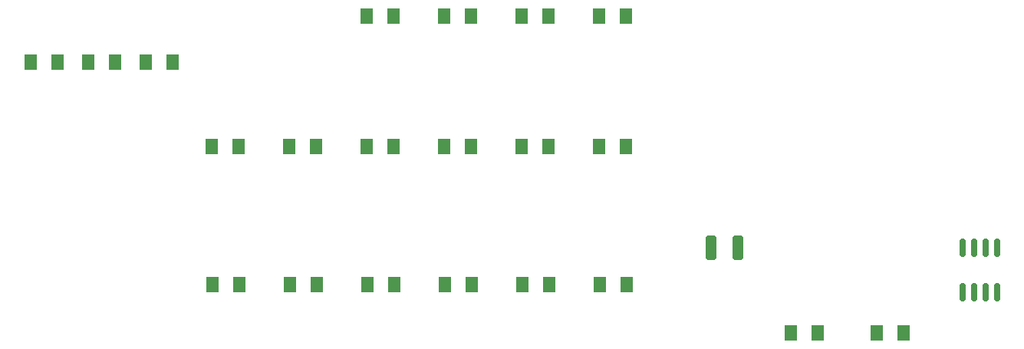
<source format=gbr>
%TF.GenerationSoftware,KiCad,Pcbnew,9.0.1*%
%TF.CreationDate,2025-05-27T17:05:58+05:30*%
%TF.ProjectId,macronardo,6d616372-6f6e-4617-9264-6f2e6b696361,rev?*%
%TF.SameCoordinates,Original*%
%TF.FileFunction,Paste,Top*%
%TF.FilePolarity,Positive*%
%FSLAX46Y46*%
G04 Gerber Fmt 4.6, Leading zero omitted, Abs format (unit mm)*
G04 Created by KiCad (PCBNEW 9.0.1) date 2025-05-27 17:05:58*
%MOMM*%
%LPD*%
G01*
G04 APERTURE LIST*
G04 Aperture macros list*
%AMRoundRect*
0 Rectangle with rounded corners*
0 $1 Rounding radius*
0 $2 $3 $4 $5 $6 $7 $8 $9 X,Y pos of 4 corners*
0 Add a 4 corners polygon primitive as box body*
4,1,4,$2,$3,$4,$5,$6,$7,$8,$9,$2,$3,0*
0 Add four circle primitives for the rounded corners*
1,1,$1+$1,$2,$3*
1,1,$1+$1,$4,$5*
1,1,$1+$1,$6,$7*
1,1,$1+$1,$8,$9*
0 Add four rect primitives between the rounded corners*
20,1,$1+$1,$2,$3,$4,$5,0*
20,1,$1+$1,$4,$5,$6,$7,0*
20,1,$1+$1,$6,$7,$8,$9,0*
20,1,$1+$1,$8,$9,$2,$3,0*%
G04 Aperture macros list end*
%ADD10RoundRect,0.250001X-0.462499X-0.624999X0.462499X-0.624999X0.462499X0.624999X-0.462499X0.624999X0*%
%ADD11RoundRect,0.150000X0.150000X-0.825000X0.150000X0.825000X-0.150000X0.825000X-0.150000X-0.825000X0*%
%ADD12RoundRect,0.250000X-0.325000X-1.100000X0.325000X-1.100000X0.325000X1.100000X-0.325000X1.100000X0*%
%ADD13RoundRect,0.250001X0.462499X0.624999X-0.462499X0.624999X-0.462499X-0.624999X0.462499X-0.624999X0*%
G04 APERTURE END LIST*
D10*
%TO.C,D15*%
X162350000Y-68550000D03*
X165325000Y-68550000D03*
%TD*%
%TO.C,D16*%
X99662500Y-73650000D03*
X102637500Y-73650000D03*
%TD*%
%TO.C,D7*%
X128150000Y-82950000D03*
X131125000Y-82950000D03*
%TD*%
%TO.C,D14*%
X153800000Y-68550000D03*
X156775000Y-68550000D03*
%TD*%
%TO.C,D13*%
X145250000Y-68550000D03*
X148225000Y-68550000D03*
%TD*%
%TO.C,D1*%
X128250000Y-98150000D03*
X131225000Y-98150000D03*
%TD*%
%TO.C,D23*%
X193000000Y-103500000D03*
X195975000Y-103500000D03*
%TD*%
%TO.C,D8*%
X136700000Y-82950000D03*
X139675000Y-82950000D03*
%TD*%
%TO.C,D12*%
X136700000Y-68550000D03*
X139675000Y-68550000D03*
%TD*%
%TO.C,D11*%
X162350000Y-82950000D03*
X165325000Y-82950000D03*
%TD*%
%TO.C,D2*%
X136800000Y-98150000D03*
X139775000Y-98150000D03*
%TD*%
D11*
%TO.C,U1*%
X202495000Y-99025000D03*
X203765000Y-99025000D03*
X205035000Y-99025000D03*
X206305000Y-99025000D03*
X206305000Y-94075000D03*
X205035000Y-94075000D03*
X203765000Y-94075000D03*
X202495000Y-94075000D03*
%TD*%
D10*
%TO.C,D9*%
X145250000Y-82950000D03*
X148225000Y-82950000D03*
%TD*%
%TO.C,D10*%
X153800000Y-82950000D03*
X156775000Y-82950000D03*
%TD*%
%TO.C,D0*%
X119700000Y-98200000D03*
X122675000Y-98200000D03*
%TD*%
%TO.C,D17*%
X105962500Y-73650000D03*
X108937500Y-73650000D03*
%TD*%
D12*
%TO.C,C0*%
X174774999Y-94150000D03*
X177725001Y-94150000D03*
%TD*%
D10*
%TO.C,D5*%
X162450000Y-98150000D03*
X165425000Y-98150000D03*
%TD*%
%TO.C,D6*%
X119600000Y-82950000D03*
X122575000Y-82950000D03*
%TD*%
%TO.C,D3*%
X145350000Y-98150000D03*
X148325000Y-98150000D03*
%TD*%
%TO.C,D18*%
X112312500Y-73650000D03*
X115287500Y-73650000D03*
%TD*%
%TO.C,D4*%
X153900000Y-98150000D03*
X156875000Y-98150000D03*
%TD*%
D13*
%TO.C,D24*%
X186487500Y-103500000D03*
X183512500Y-103500000D03*
%TD*%
M02*

</source>
